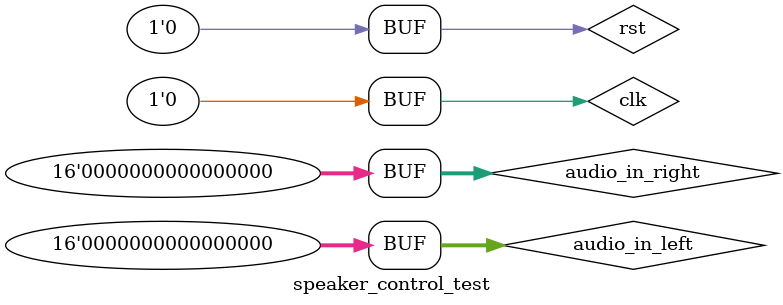
<source format=v>
`timescale 1ns / 1ps


module speaker_control_test;

	// Inputs
	reg clk;
	reg rst;
	reg [15:0] audio_in_left;
	reg [15:0] audio_in_right;

	// Outputs
	wire audio_appsel;
	wire audio_sysclk;
	wire audio_bck;
	wire audio_ws;
	wire audio_data;

	// Instantiate the Unit Under Test (UUT)
	speaker_control uut (
		.clk(clk), 
		.rst(rst), 
		.audio_in_left(audio_in_left), 
		.audio_in_right(audio_in_right), 
		.audio_appsel(audio_appsel), 
		.audio_sysclk(audio_sysclk), 
		.audio_bck(audio_bck), 
		.audio_ws(audio_ws), 
		.audio_data(audio_data)
	);

	initial begin
		// Initialize Inputs
		clk = 0;
		rst = 0;
		audio_in_left = 0;
		audio_in_right = 0;

		// Wait 100 ns for global reset to finish
		#100;
        
		// Add stimulus here

	end
      
endmodule


</source>
